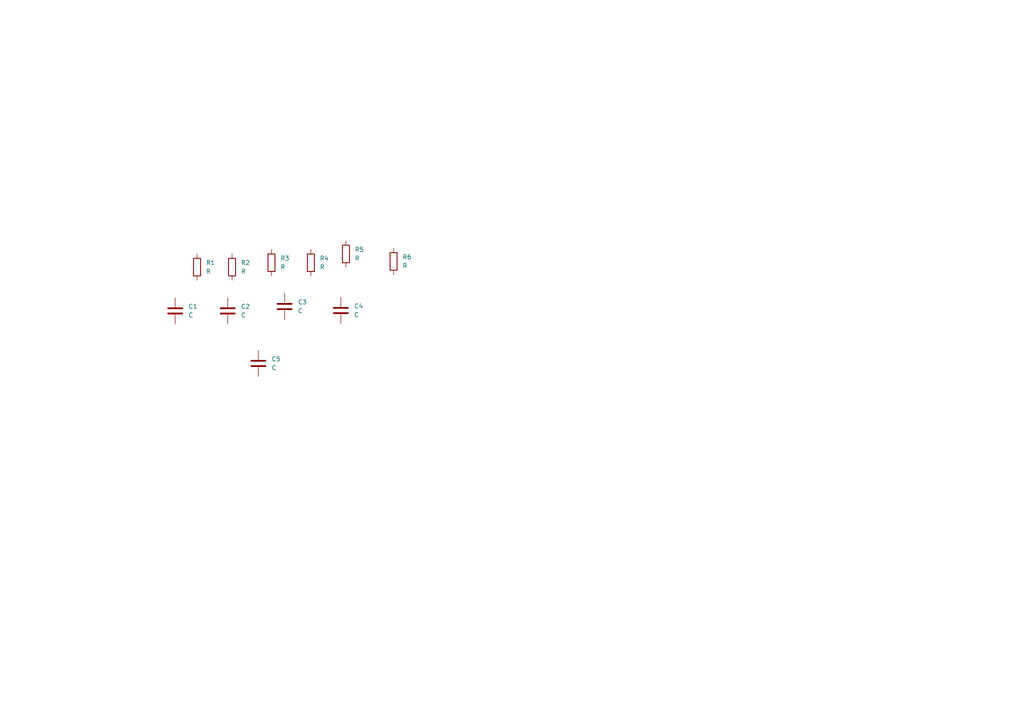
<source format=kicad_sch>
(kicad_sch (version 20231120) (generator "eeschema") (generator_version "8.0")
  (paper "A4")
  (lib_symbols
    (symbol "Device:C" (pin_numbers hide) (pin_names (offset 0.254))
      (property "Reference" "C" (at 0.635 2.54 0))
      (property "Value" "C" (at 0.635 -2.54 0))
      (symbol "C_0_1"
        (polyline (pts (xy -2.032 -0.762) (xy 2.032 -0.762)) (stroke (width 0.508)))
        (polyline (pts (xy -2.032 0.762) (xy 2.032 0.762)) (stroke (width 0.508)))
      )
      (symbol "C_1_1"
        (pin passive line (at 0 3.81 270) (length 2.794) (name "~") (number "1"))
        (pin passive line (at 0 -3.81 90) (length 2.794) (name "~") (number "2"))
      )
    )
    (symbol "Device:R" (pin_numbers hide) (pin_names (offset 0))
      (property "Reference" "R" (at 2.032 0 90))
      (property "Value" "R" (at 0 0 90))
      (symbol "R_0_1"
        (rectangle (start -1.016 -2.54) (end 1.016 2.54) (stroke (width 0.254)))
      )
      (symbol "R_1_1"
        (pin passive line (at 0 3.81 270) (length 1.27) (name "~") (number "1"))
        (pin passive line (at 0 -3.81 90) (length 1.27) (name "~") (number "2"))
      )
    )
  )
  (symbol (lib_id "Device:C") (at 98.8658 90.0648 0) (unit 1)
    (property "Reference" "C4" (at 102.6758 88.7947 0) (effects (justify left)))
    (property "Value" "C" (at 102.6758 91.3347 0) (effects (justify left)))
    (property "Description" "Unpolarized capacitor" (effects (hide yes)))
  )
  (symbol (lib_id "Device:C") (at 74.93 105.41 0) (unit 1)
    (property "Reference" "C5" (at 78.74 104.1399 0) (effects (justify left)))
    (property "Value" "C" (at 78.74 106.6799 0) (effects (justify left)))
    (property "Description" "Unpolarized capacitor" (effects (hide yes)))
  )
  (symbol (lib_id "Device:R") (at 57.15 77.47 0) (unit 1)
    (property "Reference" "R1" (at 59.69 76.1999 0) (effects (justify left)))
    (property "Value" "R" (at 59.69 78.7399 0) (effects (justify left)))
    (property "Description" "Resistor" (effects (hide yes)))
  )
  (symbol (lib_id "Device:C") (at 66.04 90.17 0) (unit 1)
    (property "Reference" "C2" (at 69.85 88.8999 0) (effects (justify left)))
    (property "Value" "C" (at 69.85 91.4399 0) (effects (justify left)))
    (property "Description" "Unpolarized capacitor" (effects (hide yes)))
  )
  (symbol (lib_id "Device:R") (at 78.74 76.2 0) (unit 1)
    (property "Reference" "R3" (at 81.28 74.9299 0) (effects (justify left)))
    (property "Value" "R" (at 81.28 77.4699 0) (effects (justify left)))
    (property "Description" "Resistor" (effects (hide yes)))
  )
  (symbol (lib_id "Device:R") (at 90.17 76.2 0) (unit 1)
    (property "Reference" "R4" (at 92.71 74.9299 0) (effects (justify left)))
    (property "Value" "R" (at 92.71 77.4699 0) (effects (justify left)))
    (property "Description" "Resistor" (effects (hide yes)))
  )
  (symbol (lib_id "Device:R") (at 67.31 77.47 0) (unit 1)
    (property "Reference" "R2" (at 69.85 76.1999 0) (effects (justify left)))
    (property "Value" "R" (at 69.85 78.7399 0) (effects (justify left)))
    (property "Description" "Resistor" (effects (hide yes)))
  )
  (symbol (lib_id "Device:R") (at 100.33 73.66 0) (unit 1)
    (property "Reference" "R5" (at 102.87 72.3899 0) (effects (justify left)))
    (property "Value" "R" (at 102.87 74.9299 0) (effects (justify left)))
    (property "Description" "Resistor" (effects (hide yes)))
  )
  (symbol (lib_id "Device:C") (at 82.55 88.9 0) (unit 1)
    (property "Reference" "C3" (at 86.36 87.6299 0) (effects (justify left)))
    (property "Value" "C" (at 86.36 90.1699 0) (effects (justify left)))
    (property "Description" "Unpolarized capacitor" (effects (hide yes)))
  )
  (symbol (lib_id "Device:R") (at 114.1543 75.8198 0) (unit 1)
    (property "Reference" "R6" (at 116.6943 74.5497 0) (effects (justify left)))
    (property "Value" "R" (at 116.6943 77.0897 0) (effects (justify left)))
    (property "Description" "Resistor" (effects (hide yes)))
  )
  (symbol (lib_id "Device:C") (at 50.8 90.17 0) (unit 1)
    (property "Reference" "C1" (at 54.61 88.8999 0) (effects (justify left)))
    (property "Value" "C" (at 54.61 91.4399 0) (effects (justify left)))
    (property "Description" "Unpolarized capacitor" (effects (hide yes)))
  )
)
</source>
